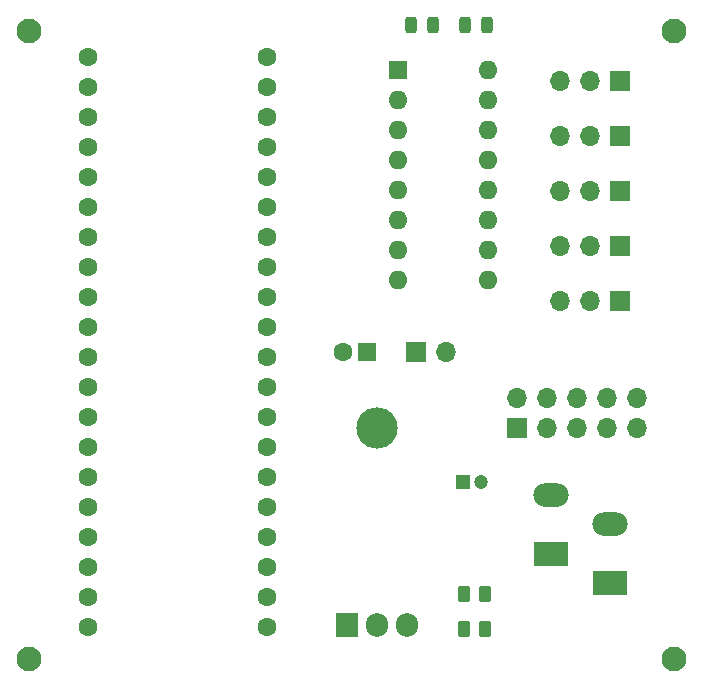
<source format=gts>
%TF.GenerationSoftware,KiCad,Pcbnew,7.0.5-0*%
%TF.CreationDate,2024-02-27T14:02:21-05:00*%
%TF.ProjectId,LED Controller,4c454420-436f-46e7-9472-6f6c6c65722e,rev?*%
%TF.SameCoordinates,Original*%
%TF.FileFunction,Soldermask,Top*%
%TF.FilePolarity,Negative*%
%FSLAX46Y46*%
G04 Gerber Fmt 4.6, Leading zero omitted, Abs format (unit mm)*
G04 Created by KiCad (PCBNEW 7.0.5-0) date 2024-02-27 14:02:21*
%MOMM*%
%LPD*%
G01*
G04 APERTURE LIST*
G04 Aperture macros list*
%AMRoundRect*
0 Rectangle with rounded corners*
0 $1 Rounding radius*
0 $2 $3 $4 $5 $6 $7 $8 $9 X,Y pos of 4 corners*
0 Add a 4 corners polygon primitive as box body*
4,1,4,$2,$3,$4,$5,$6,$7,$8,$9,$2,$3,0*
0 Add four circle primitives for the rounded corners*
1,1,$1+$1,$2,$3*
1,1,$1+$1,$4,$5*
1,1,$1+$1,$6,$7*
1,1,$1+$1,$8,$9*
0 Add four rect primitives between the rounded corners*
20,1,$1+$1,$2,$3,$4,$5,0*
20,1,$1+$1,$4,$5,$6,$7,0*
20,1,$1+$1,$6,$7,$8,$9,0*
20,1,$1+$1,$8,$9,$2,$3,0*%
G04 Aperture macros list end*
%ADD10R,1.200000X1.200000*%
%ADD11C,1.200000*%
%ADD12R,1.700000X1.700000*%
%ADD13O,1.700000X1.700000*%
%ADD14C,2.100000*%
%ADD15RoundRect,0.250000X-0.262500X-0.450000X0.262500X-0.450000X0.262500X0.450000X-0.262500X0.450000X0*%
%ADD16RoundRect,0.243750X0.243750X0.456250X-0.243750X0.456250X-0.243750X-0.456250X0.243750X-0.456250X0*%
%ADD17R,3.000000X2.000000*%
%ADD18O,3.000000X2.000000*%
%ADD19C,1.600000*%
%ADD20R,1.600000X1.600000*%
%ADD21O,1.600000X1.600000*%
%ADD22O,3.500000X3.500000*%
%ADD23R,1.905000X2.000000*%
%ADD24O,1.905000X2.000000*%
%ADD25RoundRect,0.250000X0.262500X0.450000X-0.262500X0.450000X-0.262500X-0.450000X0.262500X-0.450000X0*%
G04 APERTURE END LIST*
D10*
%TO.C,C2*%
X167537000Y-96774000D03*
D11*
X169037000Y-96774000D03*
%TD*%
D12*
%TO.C,J4*%
X180848000Y-76757000D03*
D13*
X178308000Y-76757000D03*
X175768000Y-76757000D03*
%TD*%
D14*
%TO.C,H2*%
X185420000Y-111760000D03*
%TD*%
D15*
%TO.C,R1*%
X167593000Y-106270000D03*
X169418000Y-106270000D03*
%TD*%
D16*
%TO.C,D2*%
X165021500Y-58039000D03*
X163146500Y-58039000D03*
%TD*%
%TO.C,D1*%
X169593500Y-58039000D03*
X167718500Y-58039000D03*
%TD*%
D17*
%TO.C,J6*%
X179959000Y-105330000D03*
X174959000Y-102830000D03*
D18*
X179959000Y-100330000D03*
X174959000Y-97830000D03*
%TD*%
D19*
%TO.C,M1*%
X135751999Y-60742000D03*
X135751999Y-63282000D03*
X135751999Y-65822000D03*
X135751999Y-68362000D03*
X135751999Y-70902000D03*
X135751999Y-73442000D03*
X135751999Y-75982000D03*
X135751999Y-78522000D03*
X135751999Y-81062000D03*
X135751999Y-83602000D03*
X135751999Y-86142000D03*
X135751999Y-88682000D03*
X135751999Y-91222000D03*
X135751999Y-93762000D03*
X135751999Y-96302000D03*
X135751999Y-98842000D03*
X135751999Y-101382000D03*
X135751999Y-103922000D03*
X135751999Y-106462000D03*
X135751999Y-109002000D03*
X150971999Y-109002000D03*
X150971999Y-106462000D03*
X150971999Y-103922000D03*
X150971999Y-101382000D03*
X150971999Y-98842000D03*
X150971999Y-96302000D03*
X150971999Y-93762000D03*
X150971999Y-91222000D03*
X150971999Y-88682000D03*
X150971999Y-86142000D03*
X150971999Y-83602000D03*
X150971999Y-81062000D03*
X150971999Y-78522000D03*
X150971999Y-75982000D03*
X150971999Y-73442000D03*
X150971999Y-70902000D03*
X150971999Y-68362000D03*
X150971999Y-65822000D03*
X150971999Y-63282000D03*
X150971999Y-60742000D03*
%TD*%
D14*
%TO.C,H3*%
X130810000Y-111760000D03*
%TD*%
D20*
%TO.C,U1*%
X162052000Y-61849000D03*
D21*
X162052000Y-64389000D03*
X162052000Y-66929000D03*
X162052000Y-69469000D03*
X162052000Y-72009000D03*
X162052000Y-74549000D03*
X162052000Y-77089000D03*
X162052000Y-79629000D03*
X169672000Y-79629000D03*
X169672000Y-77089000D03*
X169672000Y-74549000D03*
X169672000Y-72009000D03*
X169672000Y-69469000D03*
X169672000Y-66929000D03*
X169672000Y-64389000D03*
X169672000Y-61849000D03*
%TD*%
D14*
%TO.C,H1*%
X185420000Y-58547000D03*
%TD*%
D20*
%TO.C,C1*%
X159385000Y-85725000D03*
D19*
X157385000Y-85725000D03*
%TD*%
D22*
%TO.C,U2*%
X160274000Y-92179000D03*
D23*
X157734000Y-108839000D03*
D24*
X160274000Y-108839000D03*
X162814000Y-108839000D03*
%TD*%
D12*
%TO.C,J2*%
X180848000Y-67457000D03*
D13*
X178308000Y-67457000D03*
X175768000Y-67457000D03*
%TD*%
D12*
%TO.C,J3*%
X180848000Y-72107000D03*
D13*
X178308000Y-72107000D03*
X175768000Y-72107000D03*
%TD*%
D12*
%TO.C,J7*%
X172085000Y-92202000D03*
D13*
X172085000Y-89662000D03*
X174625000Y-92202000D03*
X174625000Y-89662000D03*
X177165000Y-92202000D03*
X177165000Y-89662000D03*
X179705000Y-92202000D03*
X179705000Y-89662000D03*
X182245000Y-92202000D03*
X182245000Y-89662000D03*
%TD*%
D12*
%TO.C,J5*%
X180848000Y-81407000D03*
D13*
X178308000Y-81407000D03*
X175768000Y-81407000D03*
%TD*%
D25*
%TO.C,R2*%
X169418000Y-109220000D03*
X167593000Y-109220000D03*
%TD*%
D12*
%TO.C,J8*%
X163576000Y-85725000D03*
D13*
X166116000Y-85725000D03*
%TD*%
D14*
%TO.C,H4*%
X130810000Y-58547000D03*
%TD*%
D12*
%TO.C,J1*%
X180848000Y-62807000D03*
D13*
X178308000Y-62807000D03*
X175768000Y-62807000D03*
%TD*%
M02*

</source>
